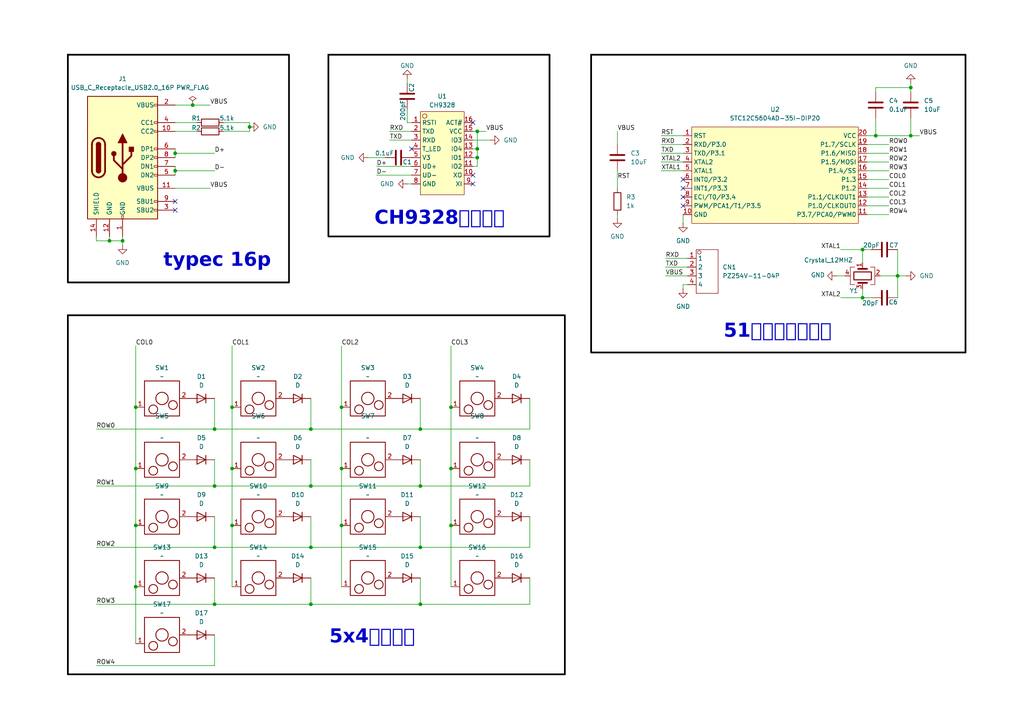
<source format=kicad_sch>
(kicad_sch (version 20231120) (generator "eeschema") (generator_version "8.0")
  (paper "A4")
  (lib_symbols
    (symbol "Connector:USB_C_Receptacle_USB2.0_16P" (pin_names (offset 1.016))
      (property "Reference" "J1" (at 0 22.86 0))
      (property "Value" "USB_C_Receptacle_USB2.0_16P" (at 0 20.32 0))
      (symbol "USB_C_Receptacle_USB2.0_16P_0_0"
        (rectangle (start -0.254 -17.78) (end 0.254 -16.764))
        (rectangle (start 10.16 -14.986) (end 9.144 -15.494))
        (rectangle (start 10.16 -12.446) (end 9.144 -12.954))
        (rectangle (start 10.16 -4.826) (end 9.144 -5.334))
        (rectangle (start 10.16 -2.286) (end 9.144 -2.794))
        (rectangle (start 10.16 0.254) (end 9.144 -0.254))
        (rectangle (start 10.16 2.794) (end 9.144 2.286))
        (rectangle (start 10.16 7.874) (end 9.144 7.366))
        (rectangle (start 10.16 10.414) (end 9.144 9.906))
        (rectangle (start 10.16 15.494) (end 9.144 14.986))
      )
      (symbol "USB_C_Receptacle_USB2.0_16P_0_1"
        (rectangle (start -10.16 17.78) (end 10.16 -17.78) (stroke (width 0.254)) (fill (type background)))
        (arc (start -8.89 -3.81) (mid -6.985 -5.7067) (end -5.08 -3.81) (stroke (width 0.508)))
        (arc (start -7.62 -3.81) (mid -6.985 -4.4423) (end -6.35 -3.81) (stroke (width 0.254)))
        (arc (start -7.62 -3.81) (mid -6.985 -4.4423) (end -6.35 -3.81) (stroke (width 0.254)) (fill (type outline)))
        (rectangle (start -7.62 -3.81) (end -6.35 3.81) (stroke (width 0.254)) (fill (type outline)))
        (arc (start -6.35 3.81) (mid -6.985 4.4423) (end -7.62 3.81) (stroke (width 0.254)))
        (arc (start -6.35 3.81) (mid -6.985 4.4423) (end -7.62 3.81) (stroke (width 0.254)) (fill (type outline)))
        (arc (start -5.08 3.81) (mid -6.985 5.7067) (end -8.89 3.81) (stroke (width 0.508)))
        (circle (center -2.54 1.143) (radius 0.635) (stroke (width 0.254)) (fill (type outline)))
        (circle (center 0 -5.842) (radius 1.27) (fill (type outline)))
        (polyline (pts (xy -8.89 -3.81) (xy -8.89 3.81)) (stroke (width 0.508)))
        (polyline (pts (xy -5.08 3.81) (xy -5.08 -3.81)) (stroke (width 0.508)))
        (polyline (pts (xy 0 -5.842) (xy 0 4.318)) (stroke (width 0.508)))
        (polyline (pts (xy 0 -3.302) (xy -2.54 -0.762) (xy -2.54 0.508)) (stroke (width 0.508)))
        (polyline (pts (xy 0 -2.032) (xy 2.54 0.508) (xy 2.54 1.778)) (stroke (width 0.508)))
        (polyline (pts (xy -1.27 4.318) (xy 0 6.858) (xy 1.27 4.318) (xy -1.27 4.318)) (stroke (width 0.254)) (fill (type outline)))
        (rectangle (start 1.905 1.778) (end 3.175 3.048) (stroke (width 0.254)) (fill (type outline)))
      )
      (symbol "USB_C_Receptacle_USB2.0_16P_1_1"
        (pin passive line (at 0 -22.86 90) (length 5.08) (name "GND") (number "1"))
        (pin bidirectional line (at 15.24 7.62 180) (length 5.08) (name "CC2") (number "10"))
        (pin passive line (at 15.24 -8.89 180) (length 5.08) (name "VBUS") (number "11"))
        (pin passive line (at -3.81 -22.86 90) (length 5.08) (name "GND") (number "12"))
        (pin passive line (at -7.62 -22.86 90) (length 5.08) (name "SHIELD") (number "14"))
        (pin passive line (at 15.24 15.24 180) (length 5.08) (name "VBUS") (number "2"))
        (pin bidirectional line (at 15.24 -15.24 180) (length 5.08) (name "SBU2") (number "3"))
        (pin bidirectional line (at 15.24 10.16 180) (length 5.08) (name "CC1") (number "4"))
        (pin bidirectional line (at 15.24 -5.08 180) (length 5.08) (name "DN2") (number "5"))
        (pin bidirectional line (at 15.24 2.54 180) (length 5.08) (name "DP1") (number "6"))
        (pin bidirectional line (at 15.24 -2.54 180) (length 5.08) (name "DN1") (number "7"))
        (pin bidirectional line (at 15.24 0 180) (length 5.08) (name "DP2") (number "8"))
        (pin bidirectional line (at 15.24 -12.7 180) (length 5.08) (name "SBU1") (number "9"))
      )
    )
    (symbol "Custom_Library:1x4P_2.54"
      (property "Reference" "CN" (at -2.032 7.366 0))
      (property "Value" "PZ254V-11-04P" (at 8.89 7.366 0))
      (symbol "1x4P_2.54_0_1"
        (rectangle (start -2.54 6.35) (end 3.81 -6.35))
        (circle (center -1.6532 5.5391) (radius 0.508))
      )
      (symbol "1x4P_2.54_1_1"
        (pin passive line (at -5.08 3.81 0) (length 2.54) (name "1") (number "1"))
        (pin passive line (at -5.08 1.27 0) (length 2.54) (name "2") (number "2"))
        (pin passive line (at -5.08 -1.27 0) (length 2.54) (name "3") (number "3"))
        (pin passive line (at -5.08 -3.81 0) (length 2.54) (name "4") (number "4"))
      )
    )
    (symbol "Custom_Library:CH9328"
      (property "Reference" "U" (at -5.842 13.208 0))
      (property "Value" "CH9328" (at 2.54 13.208 0))
      (symbol "CH9328_0_0"
        (pin passive line (at -8.89 8.89 0) (length 2.54) (name "RSTI") (number "1"))
        (pin passive line (at 8.89 -6.35 180) (length 2.54) (name "XO") (number "10"))
        (pin passive line (at 8.89 -3.81 180) (length 2.54) (name "IO2") (number "11"))
        (pin passive line (at 8.89 -1.27 180) (length 2.54) (name "IO1") (number "12"))
        (pin passive line (at 8.89 1.27 180) (length 2.54) (name "IO4") (number "13"))
        (pin passive line (at 8.89 3.81 180) (length 2.54) (name "IO3") (number "14"))
        (pin passive line (at 8.89 6.35 180) (length 2.54) (name "VCC") (number "15"))
        (pin passive line (at 8.89 8.89 180) (length 2.54) (name "ACT#") (number "16"))
        (pin passive line (at -8.89 6.35 0) (length 2.54) (name "TXD") (number "2"))
        (pin passive line (at -8.89 3.81 0) (length 2.54) (name "RXD") (number "3"))
        (pin passive line (at -8.89 1.27 0) (length 2.54) (name "T_LED") (number "4"))
        (pin passive line (at -8.89 -1.27 0) (length 2.54) (name "V3") (number "5"))
        (pin passive line (at -8.89 -3.81 0) (length 2.54) (name "UD+") (number "6"))
        (pin passive line (at -8.89 -6.35 0) (length 2.54) (name "UD-") (number "7"))
        (pin passive line (at -8.89 -8.89 0) (length 2.54) (name "GND") (number "8"))
        (pin passive line (at 8.89 -8.89 180) (length 2.54) (name "XI") (number "9"))
      )
      (symbol "CH9328_0_1"
        (rectangle (start -6.35 12.065) (end 6.35 -12.065) (fill (type background)))
        (circle (center -5.08 10.795) (radius 0.635) (fill (type background)))
      )
    )
    (symbol "Custom_Library:STC12C5604AD-35I-DIP20"
      (property "Reference" "U" (at -23.368 15.494 0))
      (property "Value" "STC12C5604AD-35I-DIP20" (at 0.254 0 0))
      (symbol "STC12C5604AD-35I-DIP20_0_1"
        (rectangle (start -24.13 13.97) (end 24.13 -13.97) (fill (type background)))
      )
      (symbol "STC12C5604AD-35I-DIP20_1_1"
        (pin passive line (at -26.67 11.43 0) (length 2.54) (name "RST") (number "1"))
        (pin passive line (at -26.67 -11.43 0) (length 2.54) (name "GND") (number "10"))
        (pin passive line (at 26.67 -11.43 180) (length 2.54) (name "P3.7/PCA0/PWM0") (number "11"))
        (pin passive line (at 26.67 -8.89 180) (length 2.54) (name "P1.0/CLKOUT0") (number "12"))
        (pin passive line (at 26.67 -6.35 180) (length 2.54) (name "P1.1/CLKOUT1") (number "13"))
        (pin passive line (at 26.67 -3.81 180) (length 2.54) (name "P1.2") (number "14"))
        (pin passive line (at 26.67 -1.27 180) (length 2.54) (name "P1.3") (number "15"))
        (pin passive line (at 26.67 1.27 180) (length 2.54) (name "P1.4/SS") (number "16"))
        (pin passive line (at 26.67 3.81 180) (length 2.54) (name "P1.5/MOSI") (number "17"))
        (pin passive line (at 26.67 6.35 180) (length 2.54) (name "P1.6/MISO") (number "18"))
        (pin passive line (at 26.67 8.89 180) (length 2.54) (name "P1.7/SCLK") (number "19"))
        (pin passive line (at -26.67 8.89 0) (length 2.54) (name "RXD/P3.0") (number "2"))
        (pin passive line (at 26.67 11.43 180) (length 2.54) (name "VCC") (number "20"))
        (pin passive line (at -26.67 6.35 0) (length 2.54) (name "TXD/P3.1") (number "3"))
        (pin passive line (at -26.67 3.81 0) (length 2.54) (name "XTAL2") (number "4"))
        (pin passive line (at -26.67 1.27 0) (length 2.54) (name "XTAL1") (number "5"))
        (pin passive line (at -26.67 -1.27 0) (length 2.54) (name "INT0/P3.2") (number "6"))
        (pin passive line (at -26.67 -3.81 0) (length 2.54) (name "INT1/P3.3") (number "7"))
        (pin passive line (at -26.67 -6.35 0) (length 2.54) (name "ECI/T0/P3.4") (number "8"))
        (pin passive line (at -26.67 -8.89 0) (length 2.54) (name "PWM/PCA1/T1/P3.5") (number "9"))
      )
    )
    (symbol "Custom_Library:凯华轴座"
      (property "Reference" "SW" (at -1.524 6.858 0))
      (symbol "凯华轴座_0_1"
        (rectangle (start -5.08 5.08) (end 5.08 -5.08) (stroke (width 0.254)))
        (circle (center -2.54 -3.175) (radius 1.27) (stroke (width 0.254)))
        (circle (center 0 0) (radius 1.7961) (stroke (width 0.254)))
        (circle (center 3.175 -1.905) (radius 1.27) (stroke (width 0.254)))
      )
      (symbol "凯华轴座_1_1"
        (pin passive line (at -7.62 -2.54 0) (length 2.54) (name "") (number "1"))
        (pin passive line (at 7.62 0 180) (length 2.54) (name "") (number "2"))
      )
    )
    (symbol "Device:C" (pin_numbers hide) (pin_names (offset 0.254))
      (property "Reference" "C" (at 0.635 2.54 0))
      (property "Value" "C" (at 0.635 -2.54 0))
      (symbol "C_0_1"
        (polyline (pts (xy -2.032 -0.762) (xy 2.032 -0.762)) (stroke (width 0.508)))
        (polyline (pts (xy -2.032 0.762) (xy 2.032 0.762)) (stroke (width 0.508)))
      )
      (symbol "C_1_1"
        (pin passive line (at 0 3.81 270) (length 2.794) (name "~") (number "1"))
        (pin passive line (at 0 -3.81 90) (length 2.794) (name "~") (number "2"))
      )
    )
    (symbol "Device:Crystal_GND24" (pin_names (offset 1.016) hide)
      (property "Reference" "Y" (at 3.175 5.08 0))
      (property "Value" "Crystal_GND24" (at 3.175 3.175 0))
      (symbol "Crystal_GND24_0_1"
        (rectangle (start -1.143 2.54) (end 1.143 -2.54) (stroke (width 0.3048)))
        (polyline (pts (xy -2.54 0) (xy -2.032 0)))
        (polyline (pts (xy -2.032 -1.27) (xy -2.032 1.27)) (stroke (width 0.508)))
        (polyline (pts (xy 0 -3.81) (xy 0 -3.556)))
        (polyline (pts (xy 0 3.556) (xy 0 3.81)))
        (polyline (pts (xy 2.032 -1.27) (xy 2.032 1.27)) (stroke (width 0.508)))
        (polyline (pts (xy 2.032 0) (xy 2.54 0)))
        (polyline (pts (xy -2.54 -2.286) (xy -2.54 -3.556) (xy 2.54 -3.556) (xy 2.54 -2.286)))
        (polyline (pts (xy -2.54 2.286) (xy -2.54 3.556) (xy 2.54 3.556) (xy 2.54 2.286)))
      )
      (symbol "Crystal_GND24_1_1"
        (pin passive line (at -3.81 0 0) (length 1.27) (name "1") (number "1"))
        (pin passive line (at 0 5.08 270) (length 1.27) (name "2") (number "2"))
        (pin passive line (at 3.81 0 180) (length 1.27) (name "3") (number "3"))
        (pin passive line (at 0 -5.08 90) (length 1.27) (name "4") (number "4"))
      )
    )
    (symbol "Device:D" (pin_numbers hide) (pin_names (offset 1.016) hide)
      (property "Reference" "D" (at 0 2.54 0))
      (property "Value" "D" (at 0 -2.54 0))
      (symbol "D_0_1"
        (polyline (pts (xy -1.27 1.27) (xy -1.27 -1.27)) (stroke (width 0.254)))
        (polyline (pts (xy 1.27 0) (xy -1.27 0)))
        (polyline (pts (xy 1.27 1.27) (xy 1.27 -1.27) (xy -1.27 0) (xy 1.27 1.27)) (stroke (width 0.254)))
      )
      (symbol "D_1_1"
        (pin passive line (at -3.81 0 0) (length 2.54) (name "K") (number "1"))
        (pin passive line (at 3.81 0 180) (length 2.54) (name "A") (number "2"))
      )
    )
    (symbol "Device:R" (pin_numbers hide) (pin_names (offset 0))
      (property "Reference" "R" (at 2.032 0 90))
      (property "Value" "R" (at 0 0 90))
      (symbol "R_0_1"
        (rectangle (start -1.016 -2.54) (end 1.016 2.54) (stroke (width 0.254)))
      )
      (symbol "R_1_1"
        (pin passive line (at 0 3.81 270) (length 1.27) (name "~") (number "1"))
        (pin passive line (at 0 -3.81 90) (length 1.27) (name "~") (number "2"))
      )
    )
    (symbol "power:GND" (power) (pin_numbers hide) (pin_names (offset 0) hide)
      (property "Value" "GND" (at 0 -3.81 0))
      (symbol "GND_0_1"
        (polyline (pts (xy 0 0) (xy 0 -1.27) (xy 1.27 -1.27) (xy 0 -2.54) (xy -1.27 -1.27) (xy 0 -1.27)))
      )
      (symbol "GND_1_1"
        (pin power_in line (at 0 0 270) (length 0) (name "~") (number "1"))
      )
    )
    (symbol "power:PWR_FLAG" (power) (pin_numbers hide) (pin_names (offset 0) hide)
      (property "Value" "PWR_FLAG" (at 0 3.81 0))
      (symbol "PWR_FLAG_0_0"
        (pin power_out line (at 0 0 90) (length 0) (name "~") (number "1"))
      )
      (symbol "PWR_FLAG_0_1"
        (polyline (pts (xy 0 0) (xy 0 1.27) (xy -1.016 1.905) (xy 0 2.54) (xy 1.016 1.905) (xy 0 1.27)))
      )
    )
  )
  (junction (at 72.39 36.83))
  (junction (at 260.35 80.01))
  (junction (at 39.37 135.89))
  (junction (at 121.92 124.46))
  (junction (at 62.23 124.46))
  (junction (at 39.37 118.11))
  (junction (at 55.88 30.48))
  (junction (at 121.92 175.26))
  (junction (at 39.37 170.18))
  (junction (at 121.92 140.97))
  (junction (at 62.23 158.75))
  (junction (at 264.16 25.4))
  (junction (at 250.19 72.39))
  (junction (at 254 39.37))
  (junction (at 99.06 118.11))
  (junction (at 35.56 69.85))
  (junction (at 264.16 39.37))
  (junction (at 67.31 152.4))
  (junction (at 99.06 152.4))
  (junction (at 90.17 140.97))
  (junction (at 62.23 140.97))
  (junction (at 138.43 38.1))
  (junction (at 130.81 152.4))
  (junction (at 31.75 69.85))
  (junction (at 138.43 43.18))
  (junction (at 90.17 175.26))
  (junction (at 90.17 158.75))
  (junction (at 138.43 45.72))
  (junction (at 130.81 135.89))
  (junction (at 99.06 135.89))
  (junction (at 130.81 118.11))
  (junction (at 67.31 135.89))
  (junction (at 50.8 44.45))
  (junction (at 121.92 158.75))
  (junction (at 62.23 175.26))
  (junction (at 90.17 124.46))
  (junction (at 50.8 49.53))
  (junction (at 67.31 118.11))
  (junction (at 250.19 86.36))
  (junction (at 39.37 152.4))
  (no_connect (at 198.12 57.15))
  (no_connect (at 50.8 60.96))
  (no_connect (at 198.12 59.69))
  (no_connect (at 198.12 54.61))
  (no_connect (at 119.38 43.18))
  (no_connect (at 50.8 58.42))
  (no_connect (at 198.12 52.07))
  (no_connect (at 137.16 35.56))
  (no_connect (at 137.16 53.34))
  (no_connect (at 137.16 50.8))
  (wire (pts (xy 254 34.29) (xy 254 39.37)))
  (wire (pts (xy 130.81 152.4) (xy 130.81 170.18)))
  (wire (pts (xy 121.92 124.46) (xy 90.17 124.46)))
  (wire (pts (xy 50.8 35.56) (xy 57.15 35.56)))
  (wire (pts (xy 72.39 35.56) (xy 72.39 36.83)))
  (wire (pts (xy 62.23 158.75) (xy 90.17 158.75)))
  (wire (pts (xy 121.92 149.86) (xy 121.92 158.75)))
  (wire (pts (xy 153.67 115.57) (xy 153.67 124.46)))
  (wire (pts (xy 153.67 133.35) (xy 153.67 140.97)))
  (wire (pts (xy 179.07 62.23) (xy 179.07 63.5)))
  (wire (pts (xy 72.39 38.1) (xy 64.77 38.1)))
  (wire (pts (xy 62.23 184.15) (xy 62.23 193.04)))
  (wire (pts (xy 250.19 72.39) (xy 243.84 72.39)))
  (wire (pts (xy 138.43 38.1) (xy 140.97 38.1)))
  (wire (pts (xy 90.17 140.97) (xy 121.92 140.97)))
  (wire (pts (xy 245.11 80.01) (xy 242.57 80.01)))
  (wire (pts (xy 251.46 49.53) (xy 257.81 49.53)))
  (wire (pts (xy 27.94 69.85) (xy 27.94 68.58)))
  (wire (pts (xy 62.23 149.86) (xy 62.23 158.75)))
  (wire (pts (xy 118.11 22.86) (xy 118.11 24.13)))
  (wire (pts (xy 191.77 46.99) (xy 198.12 46.99)))
  (wire (pts (xy 193.04 74.93) (xy 199.39 74.93)))
  (wire (pts (xy 55.88 30.48) (xy 50.8 30.48)))
  (wire (pts (xy 60.96 54.61) (xy 50.8 54.61)))
  (wire (pts (xy 39.37 135.89) (xy 39.37 152.4)))
  (wire (pts (xy 50.8 38.1) (xy 57.15 38.1)))
  (wire (pts (xy 67.31 135.89) (xy 67.31 152.4)))
  (wire (pts (xy 27.94 124.46) (xy 62.23 124.46)))
  (wire (pts (xy 121.92 115.57) (xy 121.92 124.46)))
  (wire (pts (xy 251.46 46.99) (xy 257.81 46.99)))
  (wire (pts (xy 254 26.67) (xy 254 25.4)))
  (wire (pts (xy 31.75 68.58) (xy 31.75 69.85)))
  (wire (pts (xy 113.03 38.1) (xy 119.38 38.1)))
  (wire (pts (xy 99.06 100.33) (xy 99.06 118.11)))
  (wire (pts (xy 191.77 39.37) (xy 198.12 39.37)))
  (wire (pts (xy 121.92 167.64) (xy 121.92 175.26)))
  (wire (pts (xy 191.77 44.45) (xy 198.12 44.45)))
  (wire (pts (xy 90.17 167.64) (xy 90.17 175.26)))
  (wire (pts (xy 153.67 149.86) (xy 153.67 158.75)))
  (wire (pts (xy 254 25.4) (xy 264.16 25.4)))
  (wire (pts (xy 137.16 38.1) (xy 138.43 38.1)))
  (wire (pts (xy 62.23 133.35) (xy 62.23 140.97)))
  (wire (pts (xy 138.43 38.1) (xy 138.43 43.18)))
  (wire (pts (xy 251.46 54.61) (xy 257.81 54.61)))
  (wire (pts (xy 27.94 175.26) (xy 62.23 175.26)))
  (wire (pts (xy 264.16 24.13) (xy 264.16 25.4)))
  (wire (pts (xy 72.39 36.83) (xy 72.39 38.1)))
  (wire (pts (xy 121.92 158.75) (xy 153.67 158.75)))
  (wire (pts (xy 251.46 62.23) (xy 257.81 62.23)))
  (wire (pts (xy 50.8 48.26) (xy 50.8 49.53)))
  (wire (pts (xy 35.56 69.85) (xy 35.56 68.58)))
  (wire (pts (xy 99.06 152.4) (xy 99.06 170.18)))
  (wire (pts (xy 27.94 140.97) (xy 62.23 140.97)))
  (wire (pts (xy 90.17 158.75) (xy 121.92 158.75)))
  (wire (pts (xy 262.89 80.01) (xy 260.35 80.01)))
  (wire (pts (xy 251.46 41.91) (xy 257.81 41.91)))
  (wire (pts (xy 118.11 35.56) (xy 118.11 31.75)))
  (wire (pts (xy 264.16 34.29) (xy 264.16 39.37)))
  (wire (pts (xy 90.17 133.35) (xy 90.17 140.97)))
  (wire (pts (xy 35.56 71.12) (xy 35.56 69.85)))
  (wire (pts (xy 113.03 40.64) (xy 119.38 40.64)))
  (wire (pts (xy 252.73 86.36) (xy 250.19 86.36)))
  (wire (pts (xy 62.23 167.64) (xy 62.23 175.26)))
  (wire (pts (xy 99.06 118.11) (xy 99.06 135.89)))
  (wire (pts (xy 50.8 44.45) (xy 50.8 45.72)))
  (wire (pts (xy 191.77 49.53) (xy 198.12 49.53)))
  (wire (pts (xy 179.07 49.53) (xy 179.07 54.61)))
  (wire (pts (xy 130.81 100.33) (xy 130.81 118.11)))
  (wire (pts (xy 198.12 62.23) (xy 198.12 64.77)))
  (wire (pts (xy 109.22 48.26) (xy 119.38 48.26)))
  (wire (pts (xy 50.8 43.18) (xy 50.8 44.45)))
  (wire (pts (xy 260.35 80.01) (xy 260.35 72.39)))
  (wire (pts (xy 119.38 53.34) (xy 118.11 53.34)))
  (wire (pts (xy 191.77 41.91) (xy 198.12 41.91)))
  (wire (pts (xy 31.75 69.85) (xy 35.56 69.85)))
  (wire (pts (xy 254 39.37) (xy 264.16 39.37)))
  (wire (pts (xy 90.17 124.46) (xy 62.23 124.46)))
  (wire (pts (xy 119.38 35.56) (xy 118.11 35.56)))
  (wire (pts (xy 264.16 39.37) (xy 266.7 39.37)))
  (wire (pts (xy 27.94 69.85) (xy 31.75 69.85)))
  (wire (pts (xy 250.19 76.2) (xy 250.19 72.39)))
  (wire (pts (xy 90.17 149.86) (xy 90.17 158.75)))
  (wire (pts (xy 99.06 135.89) (xy 99.06 152.4)))
  (wire (pts (xy 27.94 193.04) (xy 62.23 193.04)))
  (wire (pts (xy 39.37 152.4) (xy 39.37 170.18)))
  (wire (pts (xy 138.43 43.18) (xy 138.43 45.72)))
  (wire (pts (xy 198.12 82.55) (xy 198.12 83.82)))
  (wire (pts (xy 193.04 77.47) (xy 199.39 77.47)))
  (wire (pts (xy 250.19 86.36) (xy 250.19 83.82)))
  (wire (pts (xy 130.81 118.11) (xy 130.81 135.89)))
  (wire (pts (xy 153.67 167.64) (xy 153.67 175.26)))
  (wire (pts (xy 199.39 82.55) (xy 198.12 82.55)))
  (wire (pts (xy 109.22 50.8) (xy 119.38 50.8)))
  (wire (pts (xy 39.37 170.18) (xy 39.37 186.69)))
  (wire (pts (xy 62.23 115.57) (xy 62.23 124.46)))
  (wire (pts (xy 62.23 140.97) (xy 90.17 140.97)))
  (wire (pts (xy 138.43 45.72) (xy 137.16 45.72)))
  (wire (pts (xy 121.92 140.97) (xy 153.67 140.97)))
  (wire (pts (xy 251.46 59.69) (xy 257.81 59.69)))
  (wire (pts (xy 260.35 86.36) (xy 260.35 80.01)))
  (wire (pts (xy 130.81 135.89) (xy 130.81 152.4)))
  (wire (pts (xy 179.07 38.1) (xy 179.07 41.91)))
  (wire (pts (xy 106.68 45.72) (xy 111.76 45.72)))
  (wire (pts (xy 67.31 152.4) (xy 67.31 170.18)))
  (wire (pts (xy 90.17 175.26) (xy 121.92 175.26)))
  (wire (pts (xy 138.43 48.26) (xy 137.16 48.26)))
  (wire (pts (xy 251.46 39.37) (xy 254 39.37)))
  (wire (pts (xy 50.8 49.53) (xy 62.23 49.53)))
  (wire (pts (xy 39.37 100.33) (xy 39.37 118.11)))
  (wire (pts (xy 193.04 80.01) (xy 199.39 80.01)))
  (wire (pts (xy 62.23 175.26) (xy 90.17 175.26)))
  (wire (pts (xy 251.46 44.45) (xy 257.81 44.45)))
  (wire (pts (xy 252.73 72.39) (xy 250.19 72.39)))
  (wire (pts (xy 50.8 44.45) (xy 62.23 44.45)))
  (wire (pts (xy 251.46 52.07) (xy 257.81 52.07)))
  (wire (pts (xy 260.35 80.01) (xy 255.27 80.01)))
  (wire (pts (xy 138.43 43.18) (xy 137.16 43.18)))
  (wire (pts (xy 64.77 35.56) (xy 72.39 35.56)))
  (wire (pts (xy 153.67 124.46) (xy 121.92 124.46)))
  (wire (pts (xy 39.37 118.11) (xy 39.37 135.89)))
  (wire (pts (xy 138.43 45.72) (xy 138.43 48.26)))
  (wire (pts (xy 67.31 118.11) (xy 67.31 135.89)))
  (wire (pts (xy 60.96 30.48) (xy 55.88 30.48)))
  (wire (pts (xy 67.31 118.11) (xy 67.31 100.33)))
  (wire (pts (xy 137.16 40.64) (xy 142.24 40.64)))
  (wire (pts (xy 90.17 115.57) (xy 90.17 124.46)))
  (wire (pts (xy 121.92 133.35) (xy 121.92 140.97)))
  (wire (pts (xy 121.92 175.26) (xy 153.67 175.26)))
  (wire (pts (xy 250.19 86.36) (xy 243.84 86.36)))
  (wire (pts (xy 50.8 49.53) (xy 50.8 50.8)))
  (wire (pts (xy 251.46 57.15) (xy 257.81 57.15)))
  (wire (pts (xy 264.16 25.4) (xy 264.16 26.67)))
  (wire (pts (xy 27.94 158.75) (xy 62.23 158.75)))
  (rectangle (start 95.25 15.875) (end 159.385 68.58) (stroke (width 0.5) (color 0 0 0 1)))
  (rectangle (start 171.45 15.875) (end 280.035 102.235) (stroke (width 0.5) (color 0 0 0 1)))
  (rectangle (start 19.685 91.44) (end 163.83 195.58) (stroke (width 0.5) (color 0 0 0 1)))
  (rectangle (start 19.685 15.875) (end 83.82 81.915) (stroke (width 0.5) (color 0 0 0 1)))
  (text "5x4矩阵键盘" (at 107.95 185.928 0) (effects (font (size 4 4) (thickness 0.6) (bold yes))))
  (text "51单片机最小系统" (at 225.552 97.282 0) (effects (font (size 4 4) (thickness 0.6) (bold yes))))
  (text "CH9328最小系统" (at 127.508 64.516 0) (effects (font (size 4 4) (thickness 0.6) (bold yes))))
  (text "typec 16p" (at 62.992 76.708 0) (effects (font (size 4 4) (thickness 0.6) (bold yes))))
  (label "ROW0" (at 27.94 124.46 0))
  (label "VBUS" (at 60.96 30.48 0))
  (label "VBUS" (at 179.07 38.1 0))
  (label "COL2" (at 257.81 57.15 0))
  (label "ROW2" (at 257.81 46.99 0))
  (label "VBUS" (at 193.04 80.01 0))
  (label "D-" (at 109.22 50.8 0))
  (label "ROW1" (at 257.81 44.45 0))
  (label "ROW0" (at 257.81 41.91 0))
  (label "TXD" (at 113.03 40.64 0))
  (label "COL0" (at 39.37 100.33 0))
  (label "COL3" (at 257.81 59.69 0))
  (label "RXD" (at 193.04 74.93 0))
  (label "ROW2" (at 27.94 158.75 0))
  (label "RXD" (at 191.77 41.91 0))
  (label "TXD" (at 193.04 77.47 0))
  (label "XTAL2" (at 243.84 86.36 180))
  (label "RST" (at 179.07 52.07 0))
  (label "VBUS" (at 140.97 38.1 0))
  (label "RXD" (at 113.03 38.1 0))
  (label "ROW4" (at 257.81 62.23 0))
  (label "D+" (at 62.23 44.45 0))
  (label "TXD" (at 191.77 44.45 0))
  (label "D+" (at 109.22 48.26 0))
  (label "ROW1" (at 27.94 140.97 0))
  (label "COL3" (at 130.81 100.33 0))
  (label "COL1" (at 67.31 100.33 0))
  (label "XTAL1" (at 243.84 72.39 180))
  (label "COL0" (at 257.81 52.07 0))
  (label "RST" (at 191.77 39.37 0))
  (label "VBUS" (at 60.96 54.61 0))
  (label "XTAL1" (at 191.77 49.53 0))
  (label "ROW4" (at 27.94 193.04 0))
  (label "ROW3" (at 257.81 49.53 0))
  (label "COL1" (at 257.81 54.61 0))
  (label "D-" (at 62.23 49.53 0))
  (label "XTAL2" (at 191.77 46.99 0))
  (label "COL2" (at 99.06 100.33 0))
  (label "ROW3" (at 27.94 175.26 0))
  (label "VBUS" (at 266.7 39.37 0))
  (symbol (lib_id "Device:D") (at 86.36 167.64 180) (unit 1)
    (property "Reference" "D14" (at 86.36 161.29 0))
    (property "Value" "D" (at 86.36 163.83 0))
    (property "Footprint" "Diode_SMD:D_SMA" (effects (hide yes)))
    (property "Description" "Diode" (effects (hide yes)))
    (property "Sim.Device" "D" (effects (hide yes)))
    (property "Sim.Pins" "1=K 2=A" (effects (hide yes)))
  )
  (symbol (lib_id "Custom_Library:凯华轴座") (at 46.99 184.15 0) (unit 1)
    (property "Reference" "SW17" (at 46.99 175.26 0))
    (property "Value" "~" (at 46.99 177.8 0))
    (property "Footprint" "Custom_Library:凯华轴座" (effects (hide yes)))
  )
  (symbol (lib_id "Device:C") (at 264.16 30.48 0) (unit 1)
    (property "Reference" "C5" (at 267.97 29.2099 0) (effects (justify left)))
    (property "Value" "10uF" (at 267.97 31.7499 0) (effects (justify left)))
    (property "Footprint" "Capacitor_SMD:C_0603_1608Metric_Pad1.08x0.95mm_HandSolder" (effects (hide yes)))
    (property "Description" "Unpolarized capacitor" (effects (hide yes)))
  )
  (symbol (lib_id "Device:R") (at 60.96 38.1 90) (unit 1)
    (property "Reference" "R2" (at 56.896 37.084 90))
    (property "Value" "5.1k" (at 65.786 37.084 90))
    (property "Footprint" "Resistor_SMD:R_0805_2012Metric_Pad1.20x1.40mm_HandSolder" (effects (hide yes)))
    (property "Description" "Resistor" (effects (hide yes)))
  )
  (symbol (lib_id "Custom_Library:凯华轴座") (at 46.99 133.35 0) (unit 1)
    (property "Reference" "SW5" (at 46.99 120.65 0))
    (property "Value" "~" (at 46.99 127 0))
    (property "Footprint" "Custom_Library:凯华轴座" (effects (hide yes)))
  )
  (symbol (lib_id "power:GND") (at 118.11 53.34 270) (unit 1)
    (property "Reference" "#PWR03" (effects (hide yes)))
    (property "Value" "GND" (at 114.3 53.3399 90) (effects (justify right)))
    (property "Description" "Power symbol creates a global label with name \"GND\" , ground" (effects (hide yes)))
  )
  (symbol (lib_id "Custom_Library:凯华轴座") (at 46.99 149.86 0) (unit 1)
    (property "Reference" "SW9" (at 46.99 140.97 0))
    (property "Value" "~" (at 46.99 143.51 0))
    (property "Footprint" "Custom_Library:凯华轴座" (effects (hide yes)))
  )
  (symbol (lib_id "Device:D") (at 58.42 184.15 180) (unit 1)
    (property "Reference" "D17" (at 58.42 177.8 0))
    (property "Value" "D" (at 58.42 180.34 0))
    (property "Footprint" "Diode_SMD:D_SMA" (effects (hide yes)))
    (property "Description" "Diode" (effects (hide yes)))
    (property "Sim.Device" "D" (effects (hide yes)))
    (property "Sim.Pins" "1=K 2=A" (effects (hide yes)))
  )
  (symbol (lib_id "Device:D") (at 58.42 115.57 180) (unit 1)
    (property "Reference" "D1" (at 58.42 109.22 0))
    (property "Value" "D" (at 58.42 111.76 0))
    (property "Footprint" "Diode_SMD:D_SMA" (effects (hide yes)))
    (property "Description" "Diode" (effects (hide yes)))
    (property "Sim.Device" "D" (effects (hide yes)))
    (property "Sim.Pins" "1=K 2=A" (effects (hide yes)))
  )
  (symbol (lib_id "Device:D") (at 118.11 115.57 180) (unit 1)
    (property "Reference" "D3" (at 118.11 109.22 0))
    (property "Value" "D" (at 118.11 111.76 0))
    (property "Footprint" "Diode_SMD:D_SMA" (effects (hide yes)))
    (property "Description" "Diode" (effects (hide yes)))
    (property "Sim.Device" "D" (effects (hide yes)))
    (property "Sim.Pins" "1=K 2=A" (effects (hide yes)))
  )
  (symbol (lib_id "Device:D") (at 58.42 133.35 180) (unit 1)
    (property "Reference" "D5" (at 58.42 127 0))
    (property "Value" "D" (at 58.42 129.54 0))
    (property "Footprint" "Diode_SMD:D_SMA" (effects (hide yes)))
    (property "Description" "Diode" (effects (hide yes)))
    (property "Sim.Device" "D" (effects (hide yes)))
    (property "Sim.Pins" "1=K 2=A" (effects (hide yes)))
  )
  (symbol (lib_id "power:GND") (at 72.39 36.83 90) (unit 1)
    (property "Reference" "#PWR01" (effects (hide yes)))
    (property "Value" "GND" (at 76.2 36.8299 90) (effects (justify right)))
    (property "Description" "Power symbol creates a global label with name \"GND\" , ground" (effects (hide yes)))
  )
  (symbol (lib_id "Custom_Library:凯华轴座") (at 138.43 115.57 0) (unit 1)
    (property "Reference" "SW4" (at 138.43 106.68 0))
    (property "Value" "~" (at 138.43 109.22 0))
    (property "Footprint" "Custom_Library:凯华轴座" (effects (hide yes)))
  )
  (symbol (lib_id "Custom_Library:CH9328") (at 128.27 44.45 0) (unit 1)
    (property "Reference" "U1" (at 128.27 27.94 0))
    (property "Value" "CH9328" (at 128.27 30.48 0))
    (property "Footprint" "Package_SO:SOP-16_3.9x9.9mm_P1.27mm" (effects (hide yes)))
    (property "Datasheet" "https://atta.szlcsc.com/upload/public/pdf/source/20240313/73ED39589E727ADE103E8CB94153B3DE.pdf" (effects (hide yes)))
  )
  (symbol (lib_id "power:GND") (at 179.07 63.5 0) (unit 1)
    (property "Reference" "#PWR09" (effects (hide yes)))
    (property "Value" "GND" (at 179.07 68.58 0))
    (property "Description" "Power symbol creates a global label with name \"GND\" , ground" (effects (hide yes)))
  )
  (symbol (lib_id "Device:C") (at 118.11 27.94 180) (unit 1)
    (property "Reference" "C2" (at 119.38 25.4 90))
    (property "Value" "200pF" (at 116.84 32.004 90))
    (property "Footprint" "Capacitor_SMD:C_0603_1608Metric_Pad1.08x0.95mm_HandSolder" (effects (hide yes)))
    (property "Description" "Unpolarized capacitor" (effects (hide yes)))
  )
  (symbol (lib_id "Device:C") (at 115.57 45.72 90) (unit 1)
    (property "Reference" "C1" (at 118.11 46.99 90))
    (property "Value" "0.1uF" (at 111.506 44.45 90))
    (property "Footprint" "Capacitor_SMD:C_0603_1608Metric_Pad1.08x0.95mm_HandSolder" (effects (hide yes)))
    (property "Description" "Unpolarized capacitor" (effects (hide yes)))
  )
  (symbol (lib_id "Device:C") (at 256.54 86.36 270) (unit 1)
    (property "Reference" "C6" (at 259.08 87.63 90))
    (property "Value" "20pF" (at 252.476 87.884 90))
    (property "Footprint" "Capacitor_SMD:C_0603_1608Metric_Pad1.08x0.95mm_HandSolder" (effects (hide yes)))
    (property "Description" "Unpolarized capacitor" (effects (hide yes)))
  )
  (symbol (lib_id "Custom_Library:凯华轴座") (at 46.99 115.57 0) (unit 1)
    (property "Reference" "SW1" (at 46.99 106.68 0))
    (property "Value" "~" (at 46.99 109.22 0))
    (property "Footprint" "Custom_Library:凯华轴座" (effects (hide yes)))
  )
  (symbol (lib_id "Custom_Library:凯华轴座") (at 46.99 167.64 0) (unit 1)
    (property "Reference" "SW13" (at 46.99 158.75 0))
    (property "Value" "~" (at 46.99 161.29 0))
    (property "Footprint" "Custom_Library:凯华轴座" (effects (hide yes)))
  )
  (symbol (lib_id "Custom_Library:凯华轴座") (at 74.93 133.35 0) (unit 1)
    (property "Reference" "SW6" (at 74.93 120.65 0))
    (property "Value" "~" (at 74.93 127 0))
    (property "Footprint" "Custom_Library:凯华轴座" (effects (hide yes)))
  )
  (symbol (lib_id "Device:D") (at 149.86 133.35 180) (unit 1)
    (property "Reference" "D8" (at 149.86 127 0))
    (property "Value" "D" (at 149.86 129.54 0))
    (property "Footprint" "Diode_SMD:D_SMA" (effects (hide yes)))
    (property "Description" "Diode" (effects (hide yes)))
    (property "Sim.Device" "D" (effects (hide yes)))
    (property "Sim.Pins" "1=K 2=A" (effects (hide yes)))
  )
  (symbol (lib_id "Custom_Library:凯华轴座") (at 74.93 167.64 0) (unit 1)
    (property "Reference" "SW14" (at 74.93 158.75 0))
    (property "Value" "~" (at 74.93 161.29 0))
    (property "Footprint" "Custom_Library:凯华轴座" (effects (hide yes)))
  )
  (symbol (lib_id "Custom_Library:凯华轴座") (at 74.93 149.86 0) (unit 1)
    (property "Reference" "SW10" (at 74.93 140.97 0))
    (property "Value" "~" (at 74.93 143.51 0))
    (property "Footprint" "Custom_Library:凯华轴座" (effects (hide yes)))
  )
  (symbol (lib_id "Device:D") (at 118.11 167.64 180) (unit 1)
    (property "Reference" "D15" (at 118.11 161.29 0))
    (property "Value" "D" (at 118.11 163.83 0))
    (property "Footprint" "Diode_SMD:D_SMA" (effects (hide yes)))
    (property "Description" "Diode" (effects (hide yes)))
    (property "Sim.Device" "D" (effects (hide yes)))
    (property "Sim.Pins" "1=K 2=A" (effects (hide yes)))
  )
  (symbol (lib_id "Custom_Library:STC12C5604AD-35I-DIP20") (at 224.79 50.8 0) (unit 1)
    (property "Reference" "U2" (at 224.79 31.75 0))
    (property "Value" "STC12C5604AD-35I-DIP20" (at 224.79 34.29 0))
    (property "Footprint" "Package_DIP:DIP-20_W7.62mm_Socket_LongPads" (effects (hide yes)))
    (property "Datasheet" "https://atta.szlcsc.com/upload/public/pdf/source/20120222/1457706455282.pdf" (effects (hide yes)))
  )
  (symbol (lib_id "power:GND") (at 198.12 83.82 0) (unit 1)
    (property "Reference" "#PWR02" (effects (hide yes)))
    (property "Value" "GND" (at 198.12 88.9 0))
    (property "Description" "Power symbol creates a global label with name \"GND\" , ground" (effects (hide yes)))
  )
  (symbol (lib_id "Custom_Library:凯华轴座") (at 74.93 115.57 0) (unit 1)
    (property "Reference" "SW2" (at 74.93 106.68 0))
    (property "Value" "~" (at 74.93 109.22 0))
    (property "Footprint" "Custom_Library:凯华轴座" (effects (hide yes)))
  )
  (symbol (lib_id "power:GND") (at 264.16 24.13 180) (unit 1)
    (property "Reference" "#PWR010" (effects (hide yes)))
    (property "Value" "GND" (at 264.16 19.05 0))
    (property "Description" "Power symbol creates a global label with name \"GND\" , ground" (effects (hide yes)))
  )
  (symbol (lib_id "Custom_Library:凯华轴座") (at 106.68 167.64 0) (unit 1)
    (property "Reference" "SW15" (at 106.68 158.75 0))
    (property "Value" "~" (at 106.68 161.29 0))
    (property "Footprint" "Custom_Library:凯华轴座" (effects (hide yes)))
  )
  (symbol (lib_id "Device:D") (at 86.36 133.35 180) (unit 1)
    (property "Reference" "D6" (at 86.36 127 0))
    (property "Value" "D" (at 86.36 129.54 0))
    (property "Footprint" "Diode_SMD:D_SMA" (effects (hide yes)))
    (property "Description" "Diode" (effects (hide yes)))
    (property "Sim.Device" "D" (effects (hide yes)))
    (property "Sim.Pins" "1=K 2=A" (effects (hide yes)))
  )
  (symbol (lib_id "power:GND") (at 242.57 80.01 270) (unit 1)
    (property "Reference" "#PWR012" (effects (hide yes)))
    (property "Value" "GND" (at 239.268 79.756 90) (effects (justify right)))
    (property "Description" "Power symbol creates a global label with name \"GND\" , ground" (effects (hide yes)))
  )
  (symbol (lib_id "power:GND") (at 35.56 71.12 0) (unit 1)
    (property "Reference" "#PWR05" (effects (hide yes)))
    (property "Value" "GND" (at 35.56 76.2 0))
    (property "Description" "Power symbol creates a global label with name \"GND\" , ground" (effects (hide yes)))
  )
  (symbol (lib_id "Device:D") (at 118.11 133.35 180) (unit 1)
    (property "Reference" "D7" (at 118.11 127 0))
    (property "Value" "D" (at 118.11 129.54 0))
    (property "Footprint" "Diode_SMD:D_SMA" (effects (hide yes)))
    (property "Description" "Diode" (effects (hide yes)))
    (property "Sim.Device" "D" (effects (hide yes)))
    (property "Sim.Pins" "1=K 2=A" (effects (hide yes)))
  )
  (symbol (lib_id "power:GND") (at 142.24 40.64 90) (unit 1)
    (property "Reference" "#PWR06" (effects (hide yes)))
    (property "Value" "GND" (at 146.05 40.6399 90) (effects (justify right)))
    (property "Description" "Power symbol creates a global label with name \"GND\" , ground" (effects (hide yes)))
  )
  (symbol (lib_id "power:PWR_FLAG") (at 55.88 30.48 0) (unit 1) (in_bom no)
    (property "Reference" "#FLG01" (effects (hide yes)))
    (property "Value" "PWR_FLAG" (at 55.88 25.4 0))
    (property "Description" "Special symbol for telling ERC where power comes from" (effects (hide yes)))
  )
  (symbol (lib_id "Device:D") (at 58.42 149.86 180) (unit 1)
    (property "Reference" "D9" (at 58.42 143.51 0))
    (property "Value" "D" (at 58.42 146.05 0))
    (property "Footprint" "Diode_SMD:D_SMA" (effects (hide yes)))
    (property "Description" "Diode" (effects (hide yes)))
    (property "Sim.Device" "D" (effects (hide yes)))
    (property "Sim.Pins" "1=K 2=A" (effects (hide yes)))
  )
  (symbol (lib_id "Custom_Library:1x4P_2.54") (at 204.47 78.74 0) (unit 1)
    (property "Reference" "CN1" (at 209.55 77.4699 0) (effects (justify left)))
    (property "Value" "PZ254V-11-04P" (at 209.55 80.0099 0) (effects (justify left)))
    (property "Footprint" "Custom_Library:HDR-TH_4P-P2.54-V-M" (effects (hide yes)))
    (property "Datasheet" "https://atta.szlcsc.com/upload/public/pdf/source/20200309/C492403_F9F19131791D08044AD4F84F8E751A34.pdf" (effects (hide yes)))
  )
  (symbol (lib_id "Custom_Library:凯华轴座") (at 138.43 133.35 0) (unit 1)
    (property "Reference" "SW8" (at 138.43 120.65 0))
    (property "Value" "~" (at 138.43 127 0))
    (property "Footprint" "Custom_Library:凯华轴座" (effects (hide yes)))
  )
  (symbol (lib_id "Device:D") (at 149.86 167.64 180) (unit 1)
    (property "Reference" "D16" (at 149.86 161.29 0))
    (property "Value" "D" (at 149.86 163.83 0))
    (property "Footprint" "Diode_SMD:D_SMA" (effects (hide yes)))
    (property "Description" "Diode" (effects (hide yes)))
    (property "Sim.Device" "D" (effects (hide yes)))
    (property "Sim.Pins" "1=K 2=A" (effects (hide yes)))
  )
  (symbol (lib_id "power:GND") (at 262.89 80.01 90) (unit 1)
    (property "Reference" "#PWR011" (effects (hide yes)))
    (property "Value" "GND" (at 266.7 80.0101 90) (effects (justify right)))
    (property "Description" "Power symbol creates a global label with name \"GND\" , ground" (effects (hide yes)))
  )
  (symbol (lib_id "Device:R") (at 179.07 58.42 0) (unit 1)
    (property "Reference" "R3" (at 181.61 57.1499 0) (effects (justify left)))
    (property "Value" "1k" (at 181.61 59.6899 0) (effects (justify left)))
    (property "Footprint" "Resistor_SMD:R_0603_1608Metric_Pad0.98x0.95mm_HandSolder" (effects (hide yes)))
    (property "Description" "Resistor" (effects (hide yes)))
  )
  (symbol (lib_id "Device:D") (at 118.11 149.86 180) (unit 1)
    (property "Reference" "D11" (at 118.11 143.51 0))
    (property "Value" "D" (at 118.11 146.05 0))
    (property "Footprint" "Diode_SMD:D_SMA" (effects (hide yes)))
    (property "Description" "Diode" (effects (hide yes)))
    (property "Sim.Device" "D" (effects (hide yes)))
    (property "Sim.Pins" "1=K 2=A" (effects (hide yes)))
  )
  (symbol (lib_id "Device:C") (at 179.07 45.72 0) (unit 1)
    (property "Reference" "C3" (at 182.88 44.4499 0) (effects (justify left)))
    (property "Value" "10uF" (at 182.88 46.9899 0) (effects (justify left)))
    (property "Footprint" "Capacitor_SMD:C_0603_1608Metric_Pad1.08x0.95mm_HandSolder" (effects (hide yes)))
    (property "Description" "Unpolarized capacitor" (effects (hide yes)))
  )
  (symbol (lib_id "Device:C") (at 254 30.48 0) (unit 1)
    (property "Reference" "C4" (at 257.81 29.2099 0) (effects (justify left)))
    (property "Value" "0.1uF" (at 257.81 31.7499 0) (effects (justify left)))
    (property "Footprint" "Capacitor_SMD:C_0603_1608Metric_Pad1.08x0.95mm_HandSolder" (effects (hide yes)))
    (property "Description" "Unpolarized capacitor" (effects (hide yes)))
  )
  (symbol (lib_id "Device:D") (at 86.36 115.57 180) (unit 1)
    (property "Reference" "D2" (at 86.36 109.22 0))
    (property "Value" "D" (at 86.36 111.76 0))
    (property "Footprint" "Diode_SMD:D_SMA" (effects (hide yes)))
    (property "Description" "Diode" (effects (hide yes)))
    (property "Sim.Device" "D" (effects (hide yes)))
    (property "Sim.Pins" "1=K 2=A" (effects (hide yes)))
  )
  (symbol (lib_id "Device:D") (at 149.86 149.86 180) (unit 1)
    (property "Reference" "D12" (at 149.86 143.51 0))
    (property "Value" "D" (at 149.86 146.05 0))
    (property "Footprint" "Diode_SMD:D_SMA" (effects (hide yes)))
    (property "Description" "Diode" (effects (hide yes)))
    (property "Sim.Device" "D" (effects (hide yes)))
    (property "Sim.Pins" "1=K 2=A" (effects (hide yes)))
  )
  (symbol (lib_id "Device:D") (at 58.42 167.64 180) (unit 1)
    (property "Reference" "D13" (at 58.42 161.29 0))
    (property "Value" "D" (at 58.42 163.83 0))
    (property "Footprint" "Diode_SMD:D_SMA" (effects (hide yes)))
    (property "Description" "Diode" (effects (hide yes)))
    (property "Sim.Device" "D" (effects (hide yes)))
    (property "Sim.Pins" "1=K 2=A" (effects (hide yes)))
  )
  (symbol (lib_id "Custom_Library:凯华轴座") (at 106.68 149.86 0) (unit 1)
    (property "Reference" "SW11" (at 106.68 140.97 0))
    (property "Value" "~" (at 106.68 143.51 0))
    (property "Footprint" "Custom_Library:凯华轴座" (effects (hide yes)))
  )
  (symbol (lib_id "power:GND") (at 118.11 22.86 180) (unit 1)
    (property "Reference" "#PWR08" (effects (hide yes)))
    (property "Value" "GND" (at 118.11 19.05 0))
    (property "Description" "Power symbol creates a global label with name \"GND\" , ground" (effects (hide yes)))
  )
  (symbol (lib_id "Device:C") (at 256.54 72.39 270) (unit 1)
    (property "Reference" "C7" (at 259.207 71.12 90))
    (property "Value" "20pF" (at 252.73 71.12 90))
    (property "Footprint" "Capacitor_SMD:C_0603_1608Metric_Pad1.08x0.95mm_HandSolder" (effects (hide yes)))
    (property "Description" "Unpolarized capacitor" (effects (hide yes)))
  )
  (symbol (lib_id "Custom_Library:凯华轴座") (at 138.43 167.64 0) (unit 1)
    (property "Reference" "SW16" (at 138.43 158.75 0))
    (property "Value" "~" (at 138.43 161.29 0))
    (property "Footprint" "Custom_Library:凯华轴座" (effects (hide yes)))
  )
  (symbol (lib_id "Device:D") (at 149.86 115.57 180) (unit 1)
    (property "Reference" "D4" (at 149.86 109.22 0))
    (property "Value" "D" (at 149.86 111.76 0))
    (property "Footprint" "Diode_SMD:D_SMA" (effects (hide yes)))
    (property "Datasheet" "https://atta.szlcsc.com/upload/public/pdf/source/20200828/C727079_3A05254382567072883400655AE0ED46.pdf" (effects (hide yes)))
    (property "Description" "Diode" (effects (hide yes)))
    (property "Sim.Device" "D" (effects (hide yes)))
    (property "Sim.Pins" "1=K 2=A" (effects (hide yes)))
  )
  (symbol (lib_id "Custom_Library:凯华轴座") (at 106.68 115.57 0) (unit 1)
    (property "Reference" "SW3" (at 106.68 106.68 0))
    (property "Value" "~" (at 106.68 109.22 0))
    (property "Footprint" "Custom_Library:凯华轴座" (effects (hide yes)))
  )
  (symbol (lib_id "Device:R") (at 60.96 35.56 90) (unit 1)
    (property "Reference" "R1" (at 56.896 34.29 90))
    (property "Value" "5.1k" (at 65.786 34.29 90))
    (property "Footprint" "Resistor_SMD:R_0805_2012Metric_Pad1.20x1.40mm_HandSolder" (effects (hide yes)))
    (property "Description" "Resistor" (effects (hide yes)))
  )
  (symbol (lib_id "Custom_Library:凯华轴座") (at 138.43 149.86 0) (unit 1)
    (property "Reference" "SW12" (at 138.43 140.97 0))
    (property "Value" "~" (at 138.43 143.51 0))
    (property "Footprint" "Custom_Library:凯华轴座" (effects (hide yes)))
  )
  (symbol (lib_id "power:GND") (at 198.12 64.77 0) (unit 1)
    (property "Reference" "#PWR04" (effects (hide yes)))
    (property "Value" "GND" (at 198.12 69.85 0))
    (property "Description" "Power symbol creates a global label with name \"GND\" , ground" (effects (hide yes)))
  )
  (symbol (lib_id "power:GND") (at 106.68 45.72 270) (unit 1)
    (property "Reference" "#PWR07" (effects (hide yes)))
    (property "Value" "GND" (at 102.87 45.7199 90) (effects (justify right)))
    (property "Description" "Power symbol creates a global label with name \"GND\" , ground" (effects (hide yes)))
  )
  (symbol (lib_id "Device:Crystal_GND24") (at 250.19 80.01 270) (unit 1)
    (property "Reference" "Y1" (at 247.65 84.328 90))
    (property "Value" "Crystal_12MHZ" (at 240.284 75.438 90))
    (property "Footprint" "Crystal:Crystal_SMD_3225-4Pin_3.2x2.5mm_HandSoldering" (effects (hide yes)))
    (property "Description" "Four pin crystal, GND on pins 2 and 4" (effects (hide yes)))
  )
  (symbol (lib_id "Custom_Library:凯华轴座") (at 106.68 133.35 0) (unit 1)
    (property "Reference" "SW7" (at 106.68 120.65 0))
    (property "Value" "~" (at 106.68 127 0))
    (property "Footprint" "Custom_Library:凯华轴座" (effects (hide yes)))
  )
  (symbol (lib_id "Connector:USB_C_Receptacle_USB2.0_16P") (at 35.56 45.72 0) (unit 1)
    (property "Reference" "J1" (at 35.56 22.86 0))
    (property "Value" "USB_C_Receptacle_USB2.0_16P" (at 35.56 25.4 0))
    (property "Footprint" "Custom_Library:USB-C-SMD_TYPE-C-6PIN-2MD-073" (effects (hide yes)))
    (property "Datasheet" "https://www.usb.org/sites/default/files/documents/usb_type-c.zip" (effects (hide yes)))
    (property "Description" "USB 2.0-only 16P Type-C Receptacle connector" (effects (hide yes)))
  )
  (symbol (lib_id "Device:D") (at 86.36 149.86 180) (unit 1)
    (property "Reference" "D10" (at 86.36 143.51 0))
    (property "Value" "D" (at 86.36 146.05 0))
    (property "Footprint" "Diode_SMD:D_SMA" (effects (hide yes)))
    (property "Description" "Diode" (effects (hide yes)))
    (property "Sim.Device" "D" (effects (hide yes)))
    (property "Sim.Pins" "1=K 2=A" (effects (hide yes)))
  )
)
</source>
